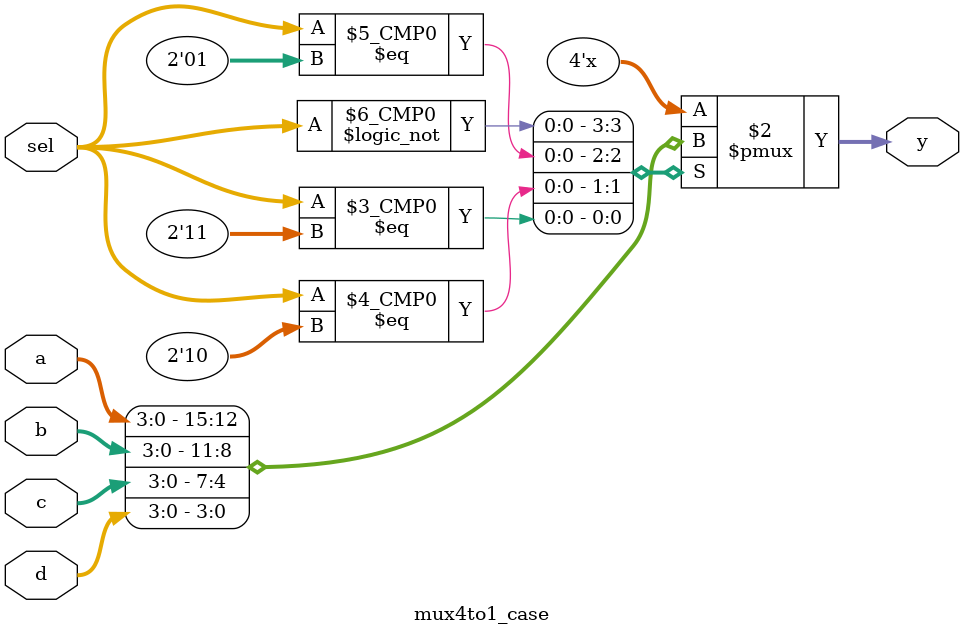
<source format=v>
module mux4to1_conditional(
    input [3:0] a,b,c,d,
    input [1:0] sel,
    output [3:0] y
    );
    
    assign y = (sel==0) ?   a:
               (sel==1) ?   b:
               (sel==2) ?   c:
               (sel==3) ?   d:
               4'bx;    
endmodule

module mux4to1_if(
    input [3:0] a,b,c,d,
    input [1:0] sel,
    output reg [3:0] y
    );
    
    always @(*) begin
        if(sel==0)      y = a;
        else if(sel==1) y = b;
        else if(sel==2) y = c;
        else if(sel==3) y = d;
        else            y = 4'bx;
    end
endmodule

module mux4to1_case(
    input [3:0] a,b,c,d,
    input [1:0] sel,
    output reg [3:0] y
    );
    
    always @(*) begin
        case(sel)
            0: y = a;
            1: y = b;
            2: y = c;
            3: y = d;
            default: y = 4'bx;
        endcase
    end    
endmodule
</source>
